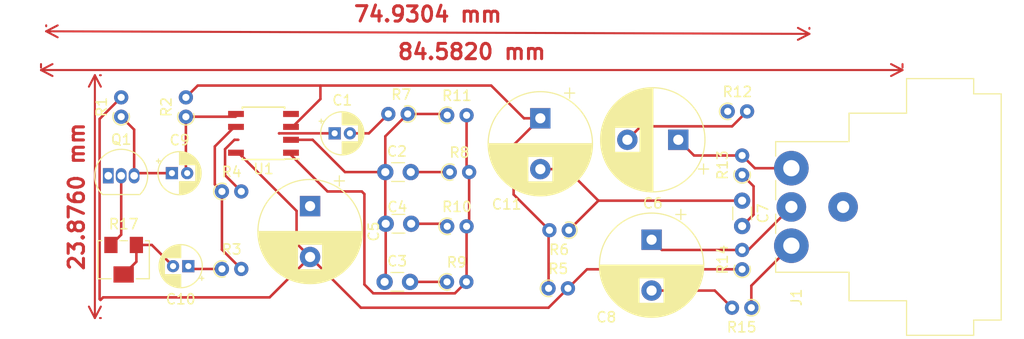
<source format=kicad_pcb>
(kicad_pcb (version 20211014) (generator pcbnew)
  (layers (0 "F.Cu" signal) (31 "B.Cu" signal) (34 "B.Paste" user) (35 "F.Paste" user) (36 "B.SilkS" user "B.Silkscreen") (37 "F.SilkS" user "F.Silkscreen") (38 "B.Mask" user) (39 "F.Mask" user) (44 "Edge.Cuts" user))
  (net 0 "")
  (net 1 "Net-(C1-Pad2)")
  (net 2 "Net-(C2-Pad1)")
  (net 3 "Net-(C2-Pad2)")
  (net 4 "Net-(C3-Pad1)")
  (net 5 "Net-(C4-Pad1)")
  (net 6 "Earth")
  (net 7 "Net-(C5-Pad2)")
  (net 8 "Net-(C6-Pad1)")
  (net 9 "Net-(C6-Pad2)")
  (net 10 "Net-(C8-Pad1)")
  (net 11 "Net-(C8-Pad2)")
  (net 12 "Net-(C9-Pad1)")
  (net 13 "Net-(C9-Pad2)")
  (net 14 "Net-(C10-Pad1)")
  (net 15 "Net-(C10-Pad2)")
  (net 16 "Net-(C11-Pad1)")
  (net 18 "Net-(R3-Pad2)")
  (net 19 "Net-(R10-Pad2)")
  (net 20 "Net-(R4-Pad2)")
  (footprint "Resistor_THT:R_Axial_DIN0204_L3.6mm_D1.6mm_P1.90mm_Vertical" (layer "F.Cu") (at 160.024 87.503)
    (fp_text reference "R11" (at 0.95 -1.92) (layer "F.SilkS"))
    (fp_text value "1M")
    (pad "1" thru_hole circle locked (at 0 0) (size 1.4 1.4) (drill 0.7) (layers *.Cu *.Mask) (net 3 "Net-(C2-Pad2)"))
    (pad "2" thru_hole oval locked (at 1.9 0) (size 1.4 1.4) (drill 0.7) (layers *.Cu *.Mask) (net 19 "Net-(R10-Pad2)"))
  )
  (footprint "Connector_Audio:Jack_XLR_Neutrik_NC3MBH_Horizontal" (layer "F.Cu") (at 193.81 100.33 90)
    (fp_text reference "J1" (at -5.08 0.5 90) (layer "F.SilkS"))
    (fp_text value "XLR3")
    (pad "" np_thru_hole circle locked (at 0 8.89 90) (size 1.6 1.6) (drill 1.6) (layers *.Cu *.Mask))
    (pad "" np_thru_hole circle locked (at 7.62 13.97 90) (size 1.6 1.6) (drill 1.6) (layers *.Cu *.Mask))
    (pad "1" thru_hole circle locked (at 0 0 90) (size 3.4 3.4) (drill 1.6) (layers *.Cu *.Mask) (net 6 "Earth"))
    (pad "2" thru_hole circle locked (at 7.62 0 90) (size 3.4 3.4) (drill 1.6) (layers *.Cu *.Mask) (net 8 "Net-(C6-Pad1)"))
    (pad "3" thru_hole circle locked (at 3.81 0 90) (size 2.9 2.9) (drill 1.2) (layers *.Cu *.Mask) (net 10 "Net-(C8-Pad1)"))
    (pad "G" thru_hole circle locked (at 3.81 5.08 90) (size 2.9 2.9) (drill 1.2) (layers *.Cu *.Mask))
  )
  (footprint "Resistor_THT:R_Axial_DIN0204_L3.6mm_D1.6mm_P1.90mm_Vertical" (layer "F.Cu") (at 137.906 102.616)
    (fp_text reference "R3" (at 0.95 -1.92) (layer "F.SilkS"))
    (fp_text value "10k")
    (pad "1" thru_hole circle locked (at 0 0) (size 1.4 1.4) (drill 0.7) (layers *.Cu *.Mask) (net 14 "Net-(C10-Pad1)"))
    (pad "2" thru_hole oval locked (at 1.9 0) (size 1.4 1.4) (drill 0.7) (layers *.Cu *.Mask) (net 18 "Net-(R3-Pad2)"))
  )
  (footprint "Potentiometer_SMD:Potentiometer_Bourns_3214W_Vertical" (layer "F.Cu") (at 128.256199 101.706)
    (fp_text reference "R17" (at 0 -3.5) (layer "F.SilkS"))
    (fp_text value "100k")
    (pad "1" smd rect locked (at 1.25 -1.45) (size 1.3 1.6) (layers "F.Cu" "F.Paste" "F.Mask") (net 15 "Net-(C10-Pad2)"))
    (pad "2" smd rect locked (at 0 1.45) (size 2 1.6) (layers "F.Cu" "F.Paste" "F.Mask") (net 15 "Net-(C10-Pad2)"))
    (pad "3" smd rect locked (at -1.25 -1.45) (size 1.3 1.6) (layers "F.Cu" "F.Paste" "F.Mask") (net 6 "Earth"))
  )
  (footprint "Capacitor_THT:C_Disc_D3.0mm_W1.6mm_P2.50mm" (layer "F.Cu") (at 156.376401 103.886 180)
    (fp_text reference "C3" (at 1.27 2.032) (layer "F.SilkS"))
    (fp_text value "2n2")
    (pad "1" thru_hole circle locked (at 0 0 180) (size 1.6 1.6) (drill 0.8) (layers *.Cu *.Mask) (net 4 "Net-(C3-Pad1)"))
    (pad "2" thru_hole circle locked (at 2.5 0 180) (size 1.6 1.6) (drill 0.8) (layers *.Cu *.Mask) (net 3 "Net-(C2-Pad2)"))
  )
  (footprint "Package_TO_SOT_THT:TO-92_Inline" (layer "F.Cu") (at 126.746 93.451)
    (fp_text reference "Q1" (at 1.27 -3.56) (layer "F.SilkS"))
    (fp_text value "BC549C")
    (pad "1" thru_hole rect locked (at 0 0) (size 1.05 1.5) (drill 0.75) (layers *.Cu *.Mask))
    (pad "2" thru_hole oval locked (at 1.27 0) (size 1.05 1.5) (drill 0.75) (layers *.Cu *.Mask) (net 6 "Earth"))
    (pad "3" thru_hole oval locked (at 2.54 0) (size 1.05 1.5) (drill 0.75) (layers *.Cu *.Mask) (net 12 "Net-(C9-Pad1)"))
  )
  (footprint "Resistor_THT:R_Axial_DIN0204_L3.6mm_D1.6mm_P1.90mm_Vertical" (layer "F.Cu") (at 189.881 106.426 180)
    (fp_text reference "R15" (at 0.95 -1.92) (layer "F.SilkS"))
    (fp_text value "150R")
    (pad "1" thru_hole circle locked (at 0 0 180) (size 1.4 1.4) (drill 0.7) (layers *.Cu *.Mask) (net 6 "Earth"))
    (pad "2" thru_hole oval locked (at 1.9 0 180) (size 1.4 1.4) (drill 0.7) (layers *.Cu *.Mask) (net 11 "Net-(C8-Pad2)"))
  )
  (footprint "Resistor_THT:R_Axial_DIN0204_L3.6mm_D1.6mm_P1.90mm_Vertical" (layer "F.Cu") (at 128.016 87.646 90)
    (fp_text reference "R1" (at 0.95 -1.92 90) (layer "F.SilkS"))
    (fp_text value "100K")
    (pad "1" thru_hole circle locked (at 0 0 90) (size 1.4 1.4) (drill 0.7) (layers *.Cu *.Mask) (net 12 "Net-(C9-Pad1)"))
    (pad "2" thru_hole oval locked (at 1.9 0 90) (size 1.4 1.4) (drill 0.7) (layers *.Cu *.Mask) (net 7 "Net-(C5-Pad2)"))
  )
  (footprint "Capacitor_THT:CP_Radial_D10.0mm_P5.00mm" (layer "F.Cu") (at 180.086 99.740323 -90)
    (fp_text reference "C8" (at 7.62 4.445 180) (layer "F.SilkS"))
    (fp_text value "100u")
    (pad "1" thru_hole rect locked (at 0 0 270) (size 2 2) (drill 1) (layers *.Cu *.Mask) (net 10 "Net-(C8-Pad1)"))
    (pad "2" thru_hole circle locked (at 5 0 270) (size 2 2) (drill 1) (layers *.Cu *.Mask) (net 11 "Net-(C8-Pad2)"))
  )
  (footprint "Capacitor_THT:CP_Radial_D10.0mm_P5.00mm" (layer "F.Cu") (at 182.707677 89.916 180)
    (fp_text reference "C6" (at 2.5 -6.25) (layer "F.SilkS"))
    (fp_text value "100u")
    (pad "1" thru_hole rect locked (at 0 0 180) (size 2 2) (drill 1) (layers *.Cu *.Mask) (net 8 "Net-(C6-Pad1)"))
    (pad "2" thru_hole circle locked (at 5 0 180) (size 2 2) (drill 1) (layers *.Cu *.Mask) (net 9 "Net-(C6-Pad2)"))
  )
  (footprint "Capacitor_THT:C_Disc_D3.0mm_W1.6mm_P2.50mm" (layer "F.Cu") (at 188.976 95.901 -90)
    (fp_text reference "C7" (at 1.25 -2.05 90) (layer "F.SilkS"))
    (fp_text value "100n")
    (pad "1" thru_hole circle locked (at 0 0 270) (size 1.6 1.6) (drill 0.8) (layers *.Cu *.Mask) (net 6 "Earth"))
    (pad "2" thru_hole circle locked (at 2.5 0 270) (size 1.6 1.6) (drill 0.8) (layers *.Cu *.Mask) (net 7 "Net-(C5-Pad2)"))
  )
  (footprint "Capacitor_THT:C_Disc_D3.0mm_W1.6mm_P2.50mm" (layer "F.Cu") (at 156.484 98.171 180)
    (fp_text reference "C4" (at 1.357599 1.651) (layer "F.SilkS"))
    (fp_text value "820pf")
    (pad "1" thru_hole circle locked (at 0 0 180) (size 1.6 1.6) (drill 0.8) (layers *.Cu *.Mask) (net 5 "Net-(C4-Pad1)"))
    (pad "2" thru_hole circle locked (at 2.5 0 180) (size 1.6 1.6) (drill 0.8) (layers *.Cu *.Mask) (net 3 "Net-(C2-Pad2)"))
  )
  (footprint "Capacitor_THT:CP_Radial_D4.0mm_P1.50mm" (layer "F.Cu") (at 132.9946 93.197)
    (fp_text reference "C9" (at 0.75 -3.25) (layer "F.SilkS"))
    (fp_text value "10u")
    (pad "1" thru_hole rect locked (at 0 0) (size 1.2 1.2) (drill 0.6) (layers *.Cu *.Mask) (net 12 "Net-(C9-Pad1)"))
    (pad "2" thru_hole circle locked (at 1.5 0) (size 1.2 1.2) (drill 0.6) (layers *.Cu *.Mask) (net 13 "Net-(C9-Pad2)"))
  )
  (footprint "Resistor_THT:R_Axial_DIN0204_L3.6mm_D1.6mm_P1.90mm_Vertical" (layer "F.Cu") (at 188.976 93.361 90)
    (fp_text reference "R13" (at 0.95 -1.92 90) (layer "F.SilkS"))
    (fp_text value "1k")
    (pad "1" thru_hole circle locked (at 0 0 90) (size 1.4 1.4) (drill 0.7) (layers *.Cu *.Mask) (net 7 "Net-(C5-Pad2)"))
    (pad "2" thru_hole oval locked (at 1.9 0 90) (size 1.4 1.4) (drill 0.7) (layers *.Cu *.Mask) (net 8 "Net-(C6-Pad1)"))
  )
  (footprint "Package_SO:SOIC-8-N7_3.9x4.9mm_P1.27mm" (layer "F.Cu") (at 141.986 89.281 180)
    (fp_text reference "U1" (at 0 -3.5 180) (layer "F.SilkS"))
    (fp_text value "OPA2134")
    (pad "1" smd rect locked (at -2.7 -1.905 180) (size 1.55 0.6) (layers "F.Cu" "F.Paste" "F.Mask") (net 19 "Net-(R10-Pad2)"))
    (pad "2" smd rect locked (at -2.7 -0.635 180) (size 1.55 0.6) (layers "F.Cu" "F.Paste" "F.Mask") (net 3 "Net-(C2-Pad2)"))
    (pad "3" smd rect locked (at -2.7 0.635 180) (size 1.55 0.6) (layers "F.Cu" "F.Paste" "F.Mask") (net 16 "Net-(C11-Pad1)"))
    (pad "4" smd rect locked (at -2.7 1.905 180) (size 1.55 0.6) (layers "F.Cu" "F.Paste" "F.Mask") (net 6 "Earth"))
    (pad "5" smd rect locked (at 2.7 1.905 180) (size 1.55 0.6) (layers "F.Cu" "F.Paste" "F.Mask") (net 13 "Net-(C9-Pad2)"))
    (pad "6" smd rect locked (at 2.7 0.635 180) (size 1.55 0.6) (layers "F.Cu" "F.Paste" "F.Mask") (net 18 "Net-(R3-Pad2)"))
    (pad "8" smd rect locked (at 2.7 -1.905 180) (size 1.55 0.6) (layers "F.Cu" "F.Paste" "F.Mask") (net 7 "Net-(C5-Pad2)"))
  )
  (footprint "Resistor_THT:R_Axial_DIN0204_L3.6mm_D1.6mm_P1.90mm_Vertical" (layer "F.Cu") (at 137.906 94.996)
    (fp_text reference "R4" (at 0.95 -1.92) (layer "F.SilkS"))
    (fp_text value "100k")
    (pad "1" thru_hole circle locked (at 0 0) (size 1.4 1.4) (drill 0.7) (layers *.Cu *.Mask) (net 18 "Net-(R3-Pad2)"))
    (pad "2" thru_hole oval locked (at 1.9 0) (size 1.4 1.4) (drill 0.7) (layers *.Cu *.Mask) (net 20 "Net-(R4-Pad2)"))
  )
  (footprint "Capacitor_THT:CP_Radial_D10.0mm_P5.00mm" (layer "F.Cu") (at 146.558 96.438323 -90)
    (fp_text reference "C5" (at 2.5 -6.25 90) (layer "F.SilkS"))
    (fp_text value "100u")
    (pad "1" thru_hole rect locked (at 0 0 270) (size 2 2) (drill 1) (layers *.Cu *.Mask) (net 6 "Earth"))
    (pad "2" thru_hole circle locked (at 5 0 270) (size 2 2) (drill 1) (layers *.Cu *.Mask) (net 7 "Net-(C5-Pad2)"))
  )
  (footprint "Resistor_THT:R_Axial_DIN0204_L3.6mm_D1.6mm_P1.90mm_Vertical" (layer "F.Cu") (at 169.975677 104.521)
    (fp_text reference "R5" (at 0.95 -1.92) (layer "F.SilkS"))
    (fp_text value "10k")
    (pad "1" thru_hole circle locked (at 0 0) (size 1.4 1.4) (drill 0.7) (layers *.Cu *.Mask) (net 16 "Net-(C11-Pad1)"))
    (pad "2" thru_hole oval locked (at 1.9 0) (size 1.4 1.4) (drill 0.7) (layers *.Cu *.Mask) (net 7 "Net-(C5-Pad2)"))
  )
  (footprint "Resistor_THT:R_Axial_DIN0204_L3.6mm_D1.6mm_P1.90mm_Vertical" (layer "F.Cu") (at 188.976 102.648 90)
    (fp_text reference "R14" (at 0.95 -1.92 90) (layer "F.SilkS"))
    (fp_text value "1k")
    (pad "1" thru_hole circle locked (at 0 0 90) (size 1.4 1.4) (drill 0.7) (layers *.Cu *.Mask) (net 7 "Net-(C5-Pad2)"))
    (pad "2" thru_hole oval locked (at 1.9 0 90) (size 1.4 1.4) (drill 0.7) (layers *.Cu *.Mask) (net 10 "Net-(C8-Pad1)"))
  )
  (footprint "Resistor_THT:R_Axial_DIN0204_L3.6mm_D1.6mm_P1.90mm_Vertical" (layer "F.Cu") (at 160.024 98.425)
    (fp_text reference "R10" (at 0.95 -1.92) (layer "F.SilkS"))
    (fp_text value "18K")
    (pad "1" thru_hole circle locked (at 0 0) (size 1.4 1.4) (drill 0.7) (layers *.Cu *.Mask) (net 5 "Net-(C4-Pad1)"))
    (pad "2" thru_hole oval locked (at 1.9 0) (size 1.4 1.4) (drill 0.7) (layers *.Cu *.Mask) (net 19 "Net-(R10-Pad2)"))
  )
  (footprint "Resistor_THT:R_Axial_DIN0204_L3.6mm_D1.6mm_P1.90mm_Vertical" (layer "F.Cu") (at 160.274599 93.091)
    (fp_text reference "R8" (at 0.95 -1.92) (layer "F.SilkS"))
    (fp_text value "330k")
    (pad "1" thru_hole circle locked (at 0 0) (size 1.4 1.4) (drill 0.7) (layers *.Cu *.Mask) (net 2 "Net-(C2-Pad1)"))
    (pad "2" thru_hole oval locked (at 1.9 0) (size 1.4 1.4) (drill 0.7) (layers *.Cu *.Mask) (net 19 "Net-(R10-Pad2)"))
  )
  (footprint "Resistor_THT:R_Axial_DIN0204_L3.6mm_D1.6mm_P1.90mm_Vertical" (layer "F.Cu") (at 171.958 98.806 180)
    (fp_text reference "R6" (at 0.95 -1.92) (layer "F.SilkS"))
    (fp_text value "10k")
    (pad "1" thru_hole circle locked (at 0 0 180) (size 1.4 1.4) (drill 0.7) (layers *.Cu *.Mask) (net 6 "Earth"))
    (pad "2" thru_hole oval locked (at 1.9 0 180) (size 1.4 1.4) (drill 0.7) (layers *.Cu *.Mask) (net 16 "Net-(C11-Pad1)"))
  )
  (footprint "Capacitor_THT:C_Disc_D3.0mm_W1.6mm_P2.50mm" (layer "F.Cu") (at 156.444599 93.091 180)
    (fp_text reference "C2" (at 1.357599 2.032) (layer "F.SilkS"))
    (fp_text value "5n6")
    (pad "1" thru_hole circle locked (at 0 0 180) (size 1.6 1.6) (drill 0.8) (layers *.Cu *.Mask) (net 2 "Net-(C2-Pad1)"))
    (pad "2" thru_hole circle locked (at 2.5 0 180) (size 1.6 1.6) (drill 0.8) (layers *.Cu *.Mask) (net 3 "Net-(C2-Pad2)"))
  )
  (footprint "Resistor_THT:R_Axial_DIN0204_L3.6mm_D1.6mm_P1.90mm_Vertical" (layer "F.Cu") (at 156.142401 87.376 180)
    (fp_text reference "R7" (at 0.635 1.905 180) (layer "F.SilkS"))
    (fp_text value "10k")
    (pad "1" thru_hole circle locked (at 0 0 180) (size 1.4 1.4) (drill 0.7) (layers *.Cu *.Mask) (net 3 "Net-(C2-Pad2)"))
    (pad "2" thru_hole oval locked (at 1.9 0 180) (size 1.4 1.4) (drill 0.7) (layers *.Cu *.Mask) (net 1 "Net-(C1-Pad2)"))
  )
  (footprint "Resistor_THT:R_Axial_DIN0204_L3.6mm_D1.6mm_P1.90mm_Vertical" (layer "F.Cu") (at 134.366 87.646 90)
    (fp_text reference "R2" (at 0.95 -1.92 90) (layer "F.SilkS"))
    (fp_text value "220K")
    (pad "1" thru_hole circle locked (at 0 0 90) (size 1.4 1.4) (drill 0.7) (layers *.Cu *.Mask) (net 13 "Net-(C9-Pad2)"))
    (pad "2" thru_hole oval locked (at 1.9 0 90) (size 1.4 1.4) (drill 0.7) (layers *.Cu *.Mask) (net 16 "Net-(C11-Pad1)"))
  )
  (footprint "Resistor_THT:R_Axial_DIN0204_L3.6mm_D1.6mm_P1.90mm_Vertical" (layer "F.Cu") (at 187.563 87.122)
    (fp_text reference "R12" (at 0.95 -1.92) (layer "F.SilkS"))
    (fp_text value "150R")
    (pad "1" thru_hole circle locked (at 0 0) (size 1.4 1.4) (drill 0.7) (layers *.Cu *.Mask) (net 19 "Net-(R10-Pad2)"))
    (pad "2" thru_hole oval locked (at 1.9 0) (size 1.4 1.4) (drill 0.7) (layers *.Cu *.Mask) (net 9 "Net-(C6-Pad2)"))
  )
  (footprint "Capacitor_THT:CP_Radial_D10.0mm_P5.00mm" (layer "F.Cu") (at 169.164 87.802323 -90)
    (fp_text reference "C11" (at 8.463677 3.302 180) (layer "F.SilkS"))
    (fp_text value "100u")
    (pad "1" thru_hole rect locked (at 0 0 270) (size 2 2) (drill 1) (layers *.Cu *.Mask) (net 16 "Net-(C11-Pad1)"))
    (pad "2" thru_hole circle locked (at 5 0 270) (size 2 2) (drill 1) (layers *.Cu *.Mask) (net 6 "Earth"))
  )
  (footprint "Capacitor_THT:CP_Radial_D4.0mm_P1.50mm" (layer "F.Cu") (at 134.606199 102.341 180)
    (fp_text reference "C10" (at 0.75 -3.25 180) (layer "F.SilkS"))
    (fp_text value "47u")
    (pad "1" thru_hole rect locked (at 0 0 180) (size 1.2 1.2) (drill 0.6) (layers *.Cu *.Mask) (net 14 "Net-(C10-Pad1)"))
    (pad "2" thru_hole circle locked (at 1.5 0 180) (size 1.2 1.2) (drill 0.6) (layers *.Cu *.Mask) (net 15 "Net-(C10-Pad2)"))
  )
  (footprint "Capacitor_THT:CP_Radial_D4.0mm_P1.50mm" (layer "F.Cu") (at 148.971 89.281)
    (fp_text reference "C1" (at 0.75 -3.25) (layer "F.SilkS"))
    (fp_text value "10u")
    (pad "1" thru_hole rect locked (at 0 0) (size 1.2 1.2) (drill 0.6) (layers *.Cu *.Mask) (net 20 "Net-(R4-Pad2)"))
    (pad "2" thru_hole circle locked (at 1.5 0) (size 1.2 1.2) (drill 0.6) (layers *.Cu *.Mask) (net 1 "Net-(C1-Pad2)"))
  )
  (footprint "Resistor_THT:R_Axial_DIN0204_L3.6mm_D1.6mm_P1.90mm_Vertical" (layer "F.Cu") (at 160.004 103.886)
    (fp_text reference "R9" (at 0.95 -1.92) (layer "F.SilkS"))
    (fp_text value "100k")
    (pad "1" thru_hole circle locked (at 0 0) (size 1.4 1.4) (drill 0.7) (layers *.Cu *.Mask) (net 4 "Net-(C3-Pad1)"))
    (pad "2" thru_hole oval locked (at 1.9 0) (size 1.4 1.4) (drill 0.7) (layers *.Cu *.Mask) (net 19 "Net-(R10-Pad2)"))
  )
  (dimension (type aligned) (layer "F.Cu") (pts (xy 125.430677 83.566) (xy 125.430677 107.442)) (height 0) (gr_text "23.8760 mm" (at 123.630677 95.504 90) (layer "F.Cu") (effects (font (size 1.5 1.5) (thickness 0.3)))) (format (units 3) (units_format 1) (precision 4)) (style (thickness 0.2) (arrow_length 1.27) (text_position_mode 0) (extension_height 0.58642) (extension_offset 0.5) keep_text_aligned))
  (dimension (type aligned) (layer "F.Cu") (pts (xy 120.65 79.248) (xy 195.58 79.502)) (height 0) (gr_text "74.9304 mm" (at 158.121102 77.57501 359.8057778) (layer "F.Cu") (effects (font (size 1.5 1.5) (thickness 0.3)))) (format (units 3) (units_format 1) (precision 4)) (style (thickness 0.2) (arrow_length 1.27) (text_position_mode 0) (extension_height 0.58642) (extension_offset 0.5) keep_text_aligned))
  (dimension (type aligned) (layer "F.Cu") (pts (xy 204.724 83.312) (xy 120.142 83.312)) (height 0.254) (gr_text "84.5820 mm" (at 162.433 81.258) (layer "F.Cu") (effects (font (size 1.5 1.5) (thickness 0.3)))) (format (units 2) (units_format 1) (precision 4)) (style (thickness 0.2) (arrow_length 1.27) (text_position_mode 0) (extension_height 0.58642) (extension_offset 0.5) keep_text_aligned))
  (segment (start 152.337401 89.281) (end 154.242401 87.376) (width 0.25) (layer "F.Cu") (net 1))
  (segment (start 150.471 89.281) (end 152.337401 89.281) (width 0.25) (layer "F.Cu") (net 1))
  (segment (start 156.444599 93.091) (end 160.274599 93.091) (width 0.25) (layer "F.Cu") (net 2))
  (segment (start 156.142401 87.376) (end 153.944599 89.573802) (width 0.25) (layer "F.Cu") (net 3))
  (segment (start 153.984 103.778401) (end 153.876401 103.886) (width 0.25) (layer "F.Cu") (net 3))
  (segment (start 144.461 89.916) (end 146.812 89.916) (width 0.25) (layer "F.Cu") (net 3))
  (segment (start 159.897 87.376) (end 160.024 87.503) (width 0.25) (layer "F.Cu") (net 3))
  (segment (start 153.944599 93.091) (end 153.944599 98.131599) (width 0.25) (layer "F.Cu") (net 3))
  (segment (start 149.987 93.091) (end 153.944599 93.091) (width 0.25) (layer "F.Cu") (net 3))
  (segment (start 146.812 89.916) (end 149.987 93.091) (width 0.25) (layer "F.Cu") (net 3))
  (segment (start 153.944599 98.131599) (end 153.984 98.171) (width 0.25) (layer "F.Cu") (net 3))
  (segment (start 156.142401 87.376) (end 159.897 87.376) (width 0.25) (layer "F.Cu") (net 3))
  (segment (start 153.984 98.171) (end 153.984 103.778401) (width 0.25) (layer "F.Cu") (net 3))
  (segment (start 153.944599 89.573802) (end 153.944599 93.091) (width 0.25) (layer "F.Cu") (net 3))
  (segment (start 156.376401 103.886) (end 160.004 103.886) (width 0.25) (layer "F.Cu") (net 4))
  (segment (start 159.77 98.171) (end 160.024 98.425) (width 0.25) (layer "F.Cu") (net 5))
  (segment (start 156.484 98.171) (end 159.77 98.171) (width 0.25) (layer "F.Cu") (net 5))
  (segment (start 174.863 95.901) (end 171.764323 92.802323) (width 0.25) (layer "F.Cu") (net 6))
  (segment (start 128.016 93.451) (end 128.016 99.246199) (width 0.25) (layer "F.Cu") (net 6))
  (segment (start 189.881 104.259) (end 193.81 100.33) (width 0.25) (layer "F.Cu") (net 6))
  (segment (start 174.863 95.901) (end 171.958 98.806) (width 0.25) (layer "F.Cu") (net 6))
  (segment (start 128.016 99.246199) (end 127.006199 100.256) (width 0.25) (layer "F.Cu") (net 6))
  (segment (start 171.764323 92.802323) (end 169.164 92.802323) (width 0.25) (layer "F.Cu") (net 6))
  (segment (start 188.976 95.901) (end 174.863 95.901) (width 0.25) (layer "F.Cu") (net 6))
  (segment (start 189.881 106.426) (end 189.881 104.259) (width 0.25) (layer "F.Cu") (net 6))
  (segment (start 146.558 101.438323) (end 151.545677 106.426) (width 0.25) (layer "F.Cu") (net 7))
  (segment (start 173.748677 102.648) (end 188.976 102.648) (width 0.25) (layer "F.Cu") (net 7))
  (segment (start 171.875677 104.521) (end 173.748677 102.648) (width 0.25) (layer "F.Cu") (net 7))
  (segment (start 125.896489 105.576489) (end 125.896489 87.865511) (width 0.25) (layer "F.Cu") (net 7))
  (segment (start 190.100511 94.485511) (end 188.976 93.361) (width 0.25) (layer "F.Cu") (net 7))
  (segment (start 145.233489 100.113812) (end 145.233489 96.908489) (width 0.25) (layer "F.Cu") (net 7))
  (segment (start 125.896489 87.865511) (end 128.016 85.746) (width 0.25) (layer "F.Cu") (net 7))
  (segment (start 146.558 101.438323) (end 142.586323 105.41) (width 0.25) (layer "F.Cu") (net 7))
  (segment (start 126.238 105.41) (end 125.984 105.664) (width 0.25) (layer "F.Cu") (net 7))
  (segment (start 142.586323 105.41) (end 126.238 105.41) (width 0.25) (layer "F.Cu") (net 7))
  (segment (start 146.558 101.438323) (end 145.233489 100.113812) (width 0.25) (layer "F.Cu") (net 7))
  (segment (start 125.984 105.664) (end 125.896489 105.576489) (width 0.25) (layer "F.Cu") (net 7))
  (segment (start 151.545677 106.426) (end 169.970677 106.426) (width 0.25) (layer "F.Cu") (net 7))
  (segment (start 139.511 91.186) (end 140.13552 91.81052) (width 0.25) (layer "F.Cu") (net 7))
  (segment (start 190.100511 97.276489) (end 190.100511 94.485511) (width 0.25) (layer "F.Cu") (net 7))
  (segment (start 169.970677 106.426) (end 171.875677 104.521) (width 0.25) (layer "F.Cu") (net 7))
  (segment (start 188.976 98.401) (end 190.100511 97.276489) (width 0.25) (layer "F.Cu") (net 7))
  (segment (start 188.976 102.648) (end 188.976 102.362) (width 0.25) (layer "F.Cu") (net 7))
  (segment (start 145.233489 96.908489) (end 139.511 91.186) (width 0.25) (layer "F.Cu") (net 7))
  (segment (start 190.225 92.71) (end 188.976 91.461) (width 0.25) (layer "F.Cu") (net 8))
  (segment (start 184.252677 91.461) (end 182.707677 89.916) (width 0.25) (layer "F.Cu") (net 8))
  (segment (start 193.81 92.71) (end 190.225 92.71) (width 0.25) (layer "F.Cu") (net 8))
  (segment (start 188.976 91.461) (end 184.252677 91.461) (width 0.25) (layer "F.Cu") (net 8))
  (segment (start 177.707677 89.916) (end 179.032188 88.591489) (width 0.25) (layer "F.Cu") (net 9))
  (segment (start 187.993511 88.591489) (end 189.463 87.122) (width 0.25) (layer "F.Cu") (net 9))
  (segment (start 179.032188 88.591489) (end 187.993511 88.591489) (width 0.25) (layer "F.Cu") (net 9))
  (segment (start 193.81 96.52) (end 189.582 100.748) (width 0.25) (layer "F.Cu") (net 10))
  (segment (start 189.582 100.748) (end 188.976 100.748) (width 0.25) (layer "F.Cu") (net 10))
  (segment (start 181.093677 100.748) (end 180.086 99.740323) (width 0.25) (layer "F.Cu") (net 10))
  (segment (start 188.976 100.748) (end 181.093677 100.748) (width 0.25) (layer "F.Cu") (net 10))
  (segment (start 186.295323 104.740323) (end 187.981 106.426) (width 0.25) (layer "F.Cu") (net 11))
  (segment (start 180.086 104.740323) (end 186.295323 104.740323) (width 0.25) (layer "F.Cu") (net 11))
  (segment (start 129.286 88.916) (end 129.286 93.451) (width 0.25) (layer "F.Cu") (net 12))
  (segment (start 128.016 87.646) (end 129.286 88.916) (width 0.25) (layer "F.Cu") (net 12))
  (segment (start 129.54 93.197) (end 129.286 93.451) (width 0.25) (layer "F.Cu") (net 12))
  (segment (start 132.9946 93.197) (end 129.54 93.197) (width 0.25) (layer "F.Cu") (net 12))
  (segment (start 134.366 93.0684) (end 134.4946 93.197) (width 0.25) (layer "F.Cu") (net 13))
  (segment (start 134.366 87.646) (end 134.366 93.0684) (width 0.25) (layer "F.Cu") (net 13))
  (segment (start 139.241 87.646) (end 134.366 87.646) (width 0.25) (layer "F.Cu") (net 13))
  (segment (start 139.511 87.376) (end 139.241 87.646) (width 0.25) (layer "F.Cu") (net 13))
  (segment (start 134.881199 102.616) (end 134.606199 102.341) (width 0.25) (layer "F.Cu") (net 14))
  (segment (start 137.906 102.616) (end 134.881199 102.616) (width 0.25) (layer "F.Cu") (net 14))
  (segment (start 129.506199 101.906) (end 128.256199 103.156) (width 0.25) (layer "F.Cu") (net 15))
  (segment (start 129.506199 100.256) (end 129.506199 101.906) (width 0.25) (layer "F.Cu") (net 15))
  (segment (start 131.021199 100.256) (end 133.106199 102.341) (width 0.25) (layer "F.Cu") (net 15))
  (segment (start 129.506199 100.256) (end 131.021199 100.256) (width 0.25) (layer "F.Cu") (net 15))
  (segment (start 135.53 84.582) (end 134.366 85.746) (width 0.25) (layer "F.Cu") (net 16))
  (segment (start 166.542323 95.290323) (end 170.058 98.806) (width 0.25) (layer "F.Cu") (net 16))
  (segment (start 169.975677 104.521) (end 169.975677 98.888323) (width 0.25) (layer "F.Cu") (net 16))
  (segment (start 147.574 84.582) (end 147.574 85.909072) (width 0.25) (layer "F.Cu") (net 16))
  (segment (start 169.164 87.802323) (end 167.558323 87.802323) (width 0.25) (layer "F.Cu") (net 16))
  (segment (start 169.975677 98.888323) (end 170.058 98.806) (width 0.25) (layer "F.Cu") (net 16))
  (segment (start 167.558323 87.802323) (end 164.338 84.582) (width 0.25) (layer "F.Cu") (net 16))
  (segment (start 166.542323 90.424) (end 166.542323 95.290323) (width 0.25) (layer "F.Cu") (net 16))
  (segment (start 147.574 84.582) (end 135.53 84.582) (width 0.25) (layer "F.Cu") (net 16))
  (segment (start 164.338 84.582) (end 147.574 84.582) (width 0.25) (layer "F.Cu") (net 16))
  (segment (start 147.574 85.909072) (end 144.837072 88.646) (width 0.25) (layer "F.Cu") (net 16))
  (segment (start 144.837072 88.646) (end 144.461 88.646) (width 0.25) (layer "F.Cu") (net 16))
  (segment (start 166.542323 90.424) (end 169.164 87.802323) (width 0.25) (layer "F.Cu") (net 16))
  (segment (start 139.511 88.646) (end 139.134928 88.646) (width 0.25) (layer "F.Cu") (net 18))
  (segment (start 139.134928 88.646) (end 137.206 90.574928) (width 0.25) (layer "F.Cu") (net 18))
  (segment (start 137.206 90.574928) (end 137.206 94.296) (width 0.25) (layer "F.Cu") (net 18))
  (segment (start 139.806 102.616) (end 137.906 100.716) (width 0.25) (layer "F.Cu") (net 18))
  (segment (start 137.906 100.716) (end 137.906 94.996) (width 0.25) (layer "F.Cu") (net 18))
  (segment (start 137.206 94.296) (end 137.906 94.996) (width 0.25) (layer "F.Cu") (net 18))
  (segment (start 151.892 104.14) (end 152.762511 105.010511) (width 0.25) (layer "F.Cu") (net 19))
  (segment (start 151.638 94.996) (end 151.892 95.25) (width 0.25) (layer "F.Cu") (net 19))
  (segment (start 162.174599 98.174401) (end 161.924 98.425) (width 0.25) (layer "F.Cu") (net 19))
  (segment (start 162.305 87.122) (end 161.924 87.503) (width 0.25) (layer "F.Cu") (net 19))
  (segment (start 161.924 92.840401) (end 162.174599 93.091) (width 0.25) (layer "F.Cu") (net 19))
  (segment (start 161.924 87.503) (end 161.924 92.840401) (width 0.25) (layer "F.Cu") (net 19))
  (segment (start 160.779489 105.010511) (end 161.904 103.886) (width 0.25) (layer "F.Cu") (net 19))
  (segment (start 152.762511 105.010511) (end 160.779489 105.010511) (width 0.25) (layer "F.Cu") (net 19))
  (segment (start 161.924 103.866) (end 161.904 103.886) (width 0.25) (layer "F.Cu") (net 19))
  (segment (start 162.174599 93.091) (end 162.174599 98.174401) (width 0.25) (layer "F.Cu") (net 19))
  (segment (start 151.892 95.25) (end 151.892 104.14) (width 0.25) (layer "F.Cu") (net 19))
  (segment (start 144.461 91.186) (end 148.271 94.996) (width 0.25) (layer "F.Cu") (net 19))
  (segment (start 148.271 94.996) (end 151.638 94.996) (width 0.25) (layer "F.Cu") (net 19))
  (segment (start 161.924 98.425) (end 161.924 103.866) (width 0.25) (layer "F.Cu") (net 19))
  (segment (start 139.134928 89.916) (end 138.21148 90.839448) (width 0.25) (layer "F.Cu") (net 20))
  (segment (start 138.21148 90.839448) (end 138.21148 93.40148) (width 0.25) (layer "F.Cu") (net 20))
  (segment (start 148.717 89.281) (end 148.59 89.154) (width 0.25) (layer "F.Cu") (net 20))
  (segment (start 148.971 89.281) (end 148.717 89.281) (width 0.25) (layer "F.Cu") (net 20))
  (segment (start 148.971 89.281) (end 143.515511 89.281) (width 0.25) (layer "F.Cu") (net 20))
  (segment (start 138.21148 93.40148) (end 139.806 94.996) (width 0.25) (layer "F.Cu") (net 20))
  (segment (start 143.515511 89.281) (end 143.515511 89.29148) (width 0.25) (layer "F.Cu") (net 20))
  (segment (start 139.511 89.916) (end 139.134928 89.916) (width 0.25) (layer "F.Cu") (net 20))
)
</source>
